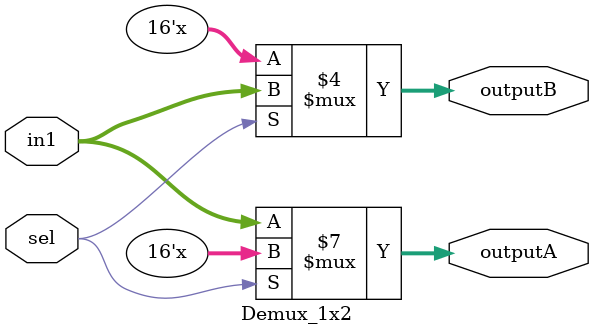
<source format=v>
`timescale 1ns / 1ps


module Demux_1x2
                #(parameter size = 16)
                (
                    input wire [size-1:0] in1,
                    input wire sel,
                    output reg [size-1:0] outputA,
                    output reg [size-1:0] outputB
                 );
                 
                 always @ (in1 or sel)
                 begin
                      if (sel == 1)
                      outputB = in1;
                      else
                      outputA = in1;
                 end
endmodule

</source>
